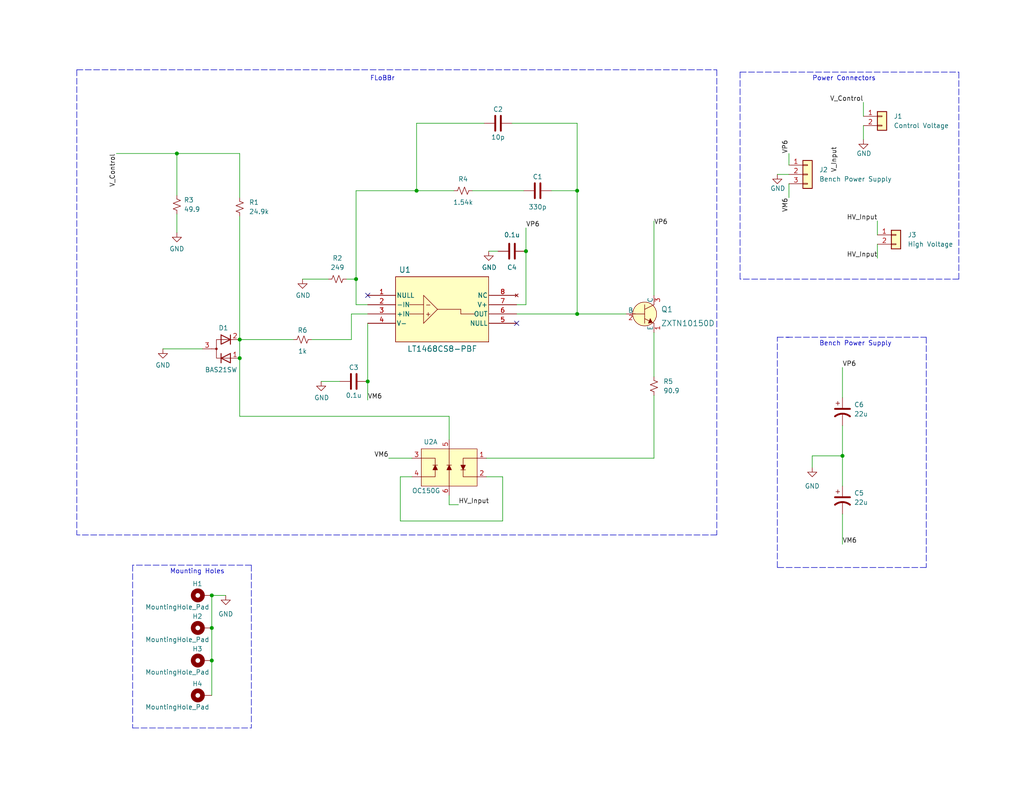
<source format=kicad_sch>
(kicad_sch (version 20211123) (generator eeschema)
  (paper "USLetter")
  (title_block (date "2023-02-06") (company "The Ohio Statue University") (comment 1 "Auther: Dennis H. Calderon"))
  (lib_symbols
    (symbol "Connector_Generic:Conn_01x02" (pin_names (offset 1.016) hide)
      (property "Reference" "J" (at 0 2.54 0))
      (property "Value" "Conn_01x02" (at 0 -5.08 0))
      (symbol "Conn_01x02_1_1"
        (rectangle (start -1.27 -2.413) (end 0 -2.667) (stroke (width 0.1524)))
        (rectangle (start -1.27 0.127) (end 0 -0.127) (stroke (width 0.1524)))
        (rectangle (start -1.27 1.27) (end 1.27 -3.81) (stroke (width 0.254)) (fill (type background)))
        (pin passive line (at -5.08 0 0) (length 3.81) (name "Pin_1") (number "1"))
        (pin passive line (at -5.08 -2.54 0) (length 3.81) (name "Pin_2") (number "2"))
      )
    )
    (symbol "Connector_Generic:Conn_01x03" (pin_names (offset 1.016) hide)
      (property "Reference" "J" (at 0 5.08 0))
      (property "Value" "Conn_01x03" (at 0 -5.08 0))
      (symbol "Conn_01x03_1_1"
        (rectangle (start -1.27 -2.413) (end 0 -2.667) (stroke (width 0.1524)))
        (rectangle (start -1.27 0.127) (end 0 -0.127) (stroke (width 0.1524)))
        (rectangle (start -1.27 2.667) (end 0 2.413) (stroke (width 0.1524)))
        (rectangle (start -1.27 3.81) (end 1.27 -3.81) (stroke (width 0.254)) (fill (type background)))
        (pin passive line (at -5.08 2.54 0) (length 3.81) (name "Pin_1") (number "1"))
        (pin passive line (at -5.08 0 0) (length 3.81) (name "Pin_2") (number "2"))
        (pin passive line (at -5.08 -2.54 0) (length 3.81) (name "Pin_3") (number "3"))
      )
    )
    (symbol "Device:C" (pin_numbers hide) (pin_names (offset 0.254))
      (property "Reference" "C" (at 0.635 2.54 0))
      (property "Value" "C" (at 0.635 -2.54 0))
      (symbol "C_0_1"
        (polyline (pts (xy -2.032 -0.762) (xy 2.032 -0.762)) (stroke (width 0.508)))
        (polyline (pts (xy -2.032 0.762) (xy 2.032 0.762)) (stroke (width 0.508)))
      )
      (symbol "C_1_1"
        (pin passive line (at 0 3.81 270) (length 2.794) (name "~") (number "1"))
        (pin passive line (at 0 -3.81 90) (length 2.794) (name "~") (number "2"))
      )
    )
    (symbol "Device:C_Polarized_US" (pin_numbers hide) (pin_names (offset 0.254) hide)
      (property "Reference" "C" (at 0.635 2.54 0))
      (property "Value" "C_Polarized_US" (at 0.635 -2.54 0))
      (symbol "C_Polarized_US_0_1"
        (polyline (pts (xy -2.032 0.762) (xy 2.032 0.762)) (stroke (width 0.508)))
        (polyline (pts (xy -1.778 2.286) (xy -0.762 2.286)))
        (polyline (pts (xy -1.27 1.778) (xy -1.27 2.794)))
        (arc (start 2.032 -1.27) (mid 0 -0.5572) (end -2.032 -1.27) (stroke (width 0.508)))
      )
      (symbol "C_Polarized_US_1_1"
        (pin passive line (at 0 3.81 270) (length 2.794) (name "~") (number "1"))
        (pin passive line (at 0 -3.81 90) (length 3.302) (name "~") (number "2"))
      )
    )
    (symbol "Device:D_Dual_Series_ACK_Parallel" (pin_names (offset 0.762) hide)
      (property "Reference" "D1" (at 0.635 5.715 0))
      (property "Value" "BAS21SW" (at 0 -5.715 0))
      (symbol "D_Dual_Series_ACK_Parallel_0_0"
        (polyline (pts (xy 0 -1.27) (xy 0 -3.81)) (stroke (width 0.254)))
        (polyline (pts (xy 2.54 3.81) (xy 2.54 1.27)) (stroke (width 0.254)))
      )
      (symbol "D_Dual_Series_ACK_Parallel_0_1"
        (circle (center -1.27 0) (radius 0.254) (fill (type outline)))
        (polyline (pts (xy -1.27 0) (xy -2.54 0)))
        (polyline (pts (xy 2.54 2.54) (xy -1.27 2.54) (xy -1.27 -2.54) (xy 2.54 -2.54)))
        (polyline (pts (xy 0 3.81) (xy 2.54 2.54) (xy 0 1.27) (xy 0 3.81) (xy 0 3.81) (xy 0 3.81)) (stroke (width 0.254)))
        (polyline (pts (xy 2.54 -1.27) (xy 0 -2.54) (xy 2.54 -3.81) (xy 2.54 -1.27) (xy 2.54 -1.27) (xy 2.54 -1.27)) (stroke (width 0.254)))
        (pin passive line (at 5.08 -2.54 180) (length 2.54) (name "K") (number "1"))
        (pin passive line (at 5.08 2.54 180) (length 2.54) (name "K") (number "2"))
        (pin passive line (at -5.08 0 0) (length 2.54) (name "A") (number "3"))
      )
    )
    (symbol "Device:R_Small_US" (pin_numbers hide) (pin_names (offset 0.254) hide)
      (property "Reference" "R" (at 0.762 0.508 0))
      (property "Value" "R_Small_US" (at 0.762 -1.016 0))
      (symbol "R_Small_US_1_1"
        (polyline (pts (xy 0 0) (xy 1.016 -0.381) (xy 0 -0.762) (xy -1.016 -1.143) (xy 0 -1.524)))
        (polyline (pts (xy 0 1.524) (xy 1.016 1.143) (xy 0 0.762) (xy -1.016 0.381) (xy 0 0)))
        (pin passive line (at 0 2.54 270) (length 1.016) (name "~") (number "1"))
        (pin passive line (at 0 -2.54 90) (length 1.016) (name "~") (number "2"))
      )
    )
    (symbol "LT1468CS8#PBF:LT1468CS8-PBF" (pin_names (offset 0.254))
      (property "Reference" "U" (at 0 13.97 0))
      (property "Value" "LT1468CS8-PBF" (at 0 11.43 0))
      (symbol "LT1468CS8-PBF_0_0"
        (text "+" (at -3.81 -1.27 0) (effects (font (size 1.27 1.27))))
        (text "-" (at -3.81 1.27 0) (effects (font (size 1.27 1.27))))
      )
      (symbol "LT1468CS8-PBF_0_1"
        (polyline (pts (xy -12.7 -8.89) (xy 12.7 -8.89)) (stroke (width 0.127)))
        (polyline (pts (xy -12.7 8.89) (xy -12.7 -8.89)) (stroke (width 0.127)))
        (polyline (pts (xy 12.7 -8.89) (xy 12.7 8.89)) (stroke (width 0.127)))
        (polyline (pts (xy 12.7 8.89) (xy -12.7 8.89)) (stroke (width 0.127)))
        (pin unspecified line (at -20.32 3.81 0) (length 7.62) (name "NULL") (number "1"))
        (pin input line (at -20.32 1.27 0) (length 7.62) (name "-IN") (number "2"))
        (pin input line (at -20.32 -1.27 0) (length 7.62) (name "+IN") (number "3"))
        (pin power_in line (at -20.32 -3.81 0) (length 7.62) (name "V-") (number "4"))
        (pin unspecified line (at 20.32 -3.81 180) (length 7.62) (name "NULL") (number "5"))
        (pin output line (at 20.32 -1.27 180) (length 7.62) (name "OUT") (number "6"))
        (pin power_in line (at 20.32 1.27 180) (length 7.62) (name "V+") (number "7"))
        (pin no_connect line (at 20.32 3.81 180) (length 7.62) (name "NC") (number "8"))
      )
      (symbol "LT1468CS8-PBF_1_1"
        (rectangle (start -12.7 8.89) (end 12.7 -8.89) (fill (type background)))
        (rectangle (start -8.89 -1.27) (end -5.08 -1.27))
        (rectangle (start -5.08 1.27) (end -8.89 1.27))
        (rectangle (start -1.27 0) (end 5.08 0))
        (polyline (pts (xy -5.08 2.54) (xy -5.08 -3.81) (xy -5.08 3.81)))
        (polyline (pts (xy -5.08 3.81) (xy -1.27 0) (xy -5.08 -3.81)) (fill (type background)))
        (rectangle (start 5.08 -1.27) (end 8.89 -1.27))
        (rectangle (start 5.08 0) (end 5.08 -1.27))
      )
    )
    (symbol "Mechanical:MountingHole_Pad" (pin_numbers hide) (pin_names (offset 1.016) hide)
      (property "Reference" "H" (at 0 6.35 0))
      (property "Value" "MountingHole_Pad" (at 0 4.445 0))
      (symbol "MountingHole_Pad_0_1"
        (circle (center 0 1.27) (radius 1.27) (stroke (width 1.27)))
      )
      (symbol "MountingHole_Pad_1_1"
        (pin input line (at 0 -2.54 90) (length 2.54) (name "1") (number "1"))
      )
    )
    (symbol "OC150G:OC150G" (pin_names (offset 0.5))
      (property "Reference" "U2" (at 1.6511 10.795 0))
      (property "Value" "OC150G" (at 1.6511 8.255 0))
      (symbol "OC150G_0_1"
        (rectangle (start -7.62 5.08) (end 7.62 -5.08) (fill (type background)))
        (polyline (pts (xy -4.445 0.635) (xy -3.175 0.635)))
        (polyline (pts (xy -0.635 0.635) (xy 0.635 0.635)))
        (polyline (pts (xy 0 5.08) (xy 0 -5.08)))
        (polyline (pts (xy 4.445 -0.635) (xy 3.175 -0.635)))
        (polyline (pts (xy 4.445 -0.635) (xy 4.445 -0.635)))
        (polyline (pts (xy -7.62 -2.54) (xy -3.81 -2.54) (xy -3.81 2.54) (xy -7.62 2.54)))
        (polyline (pts (xy -3.81 0.635) (xy -4.445 -0.635) (xy -3.175 -0.635) (xy -3.81 0.635)) (fill (type outline)))
        (polyline (pts (xy 0 0.635) (xy -0.635 -0.635) (xy 0.635 -0.635) (xy 0 0.635)) (fill (type outline)))
        (polyline (pts (xy 3.81 -0.635) (xy 4.445 0.635) (xy 3.175 0.635) (xy 3.81 -0.635)) (fill (type outline)))
        (polyline (pts (xy 7.62 2.54) (xy 3.81 2.54) (xy 3.81 -2.54) (xy 7.62 -2.54)))
        (rectangle (start 10.16 -8.89) (end 10.16 -8.89))
      )
      (symbol "OC150G_1_1"
        (pin input line (at 10.16 2.54 180) (length 2.54) (name "") (number "1"))
        (pin output line (at 10.16 -2.54 180) (length 2.54) (name "") (number "2"))
        (pin output line (at -10.16 2.54 0) (length 2.54) (name "") (number "3"))
        (pin input line (at -10.16 -2.54 0) (length 2.54) (name "") (number "4"))
        (pin output line (at 0 7.62 270) (length 2.54) (name "") (number "5"))
        (pin input line (at 0 -7.62 90) (length 2.54) (name "") (number "6"))
      )
      (symbol "OC150G_2_1"
        (pin input line (at 10.16 2.54 180) (length 2.54) (name "") (number "1-UB"))
        (pin input line (at -2.54 10.16 0) (length 2.54) (name "15kV") (number "5-UB"))
      )
      (symbol "OC150G_3_1"
        (pin input line (at 10.16 2.54 180) (length 2.54) (name "") (number "1-UC"))
        (pin input line (at -2.54 10.16 0) (length 2.54) (name "15kV") (number "5-UC"))
      )
      (symbol "OC150G_4_1"
        (pin input line (at 10.16 2.54 180) (length 2.54) (name "") (number "1-UD"))
        (pin input line (at -2.54 10.16 0) (length 2.54) (name "15kV") (number "5-UD"))
      )
      (symbol "OC150G_5_1"
        (pin input line (at 10.16 2.54 180) (length 2.54) (name "") (number "1-UE"))
        (pin input line (at -2.54 10.16 0) (length 2.54) (name "15kV") (number "5-UE"))
      )
      (symbol "OC150G_6_1"
        (pin input line (at 10.16 2.54 180) (length 2.54) (name "") (number "1-UF"))
        (pin input line (at -2.54 10.16 0) (length 2.54) (name "15kV") (number "5-UF"))
      )
    )
    (symbol "dk_Transistors-Bipolar-BJT-Single:2N2219A" (pin_names (offset 0))
      (property "Reference" "Q" (at -3.2004 4.2164 0))
      (property "Value" "2N2219A" (at 5.2324 0 90))
      (symbol "2N2219A_0_1"
        (polyline (pts (xy -3.81 0) (xy -2.54 0)))
        (polyline (pts (xy -3.556 0) (xy 0 0)))
        (polyline (pts (xy 0 -1.27) (xy 2.54 -2.54)))
        (polyline (pts (xy 0 1.27) (xy 2.54 2.54)))
        (polyline (pts (xy 0 2.54) (xy 0 -2.54)))
        (polyline (pts (xy 1.524 -1.27) (xy 2.032 -2.286) (xy 1.016 -2.54) (xy 1.524 -1.27)) (fill (type outline)))
        (circle (center 0 0) (radius 3.2512) (fill (type background)))
      )
      (symbol "2N2219A_1_1"
        (pin passive line (at 2.54 -5.08 90) (length 2.54) (name "E") (number "1"))
        (pin input line (at -5.08 0 0) (length 2.54) (name "B") (number "2"))
        (pin passive line (at 2.54 5.08 270) (length 2.54) (name "C") (number "3"))
      )
    )
    (symbol "power:GND" (power) (pin_names (offset 0))
      (property "Value" "GND" (at 0 -3.81 0))
      (symbol "GND_0_1"
        (polyline (pts (xy 0 0) (xy 0 -1.27) (xy 1.27 -1.27) (xy 0 -2.54) (xy -1.27 -1.27) (xy 0 -1.27)))
      )
      (symbol "GND_1_1"
        (pin power_in line (at 0 0 270) (length 0) hide (name "GND") (number "1"))
      )
    )
  )
  (junction (at 157.48 85.725))
  (junction (at 100.33 104.14))
  (junction (at 57.785 171.45))
  (junction (at 65.405 97.79))
  (junction (at 57.785 162.56))
  (junction (at 229.87 124.46))
  (junction (at 48.26 41.91))
  (junction (at 157.48 52.07))
  (junction (at 113.665 52.07))
  (junction (at 143.51 68.58))
  (junction (at 97.155 76.2))
  (junction (at 65.405 92.71))
  (junction (at 57.785 180.34))
  (no_connect (at 100.33 80.645))
  (no_connect (at 140.97 88.265))
  (wire (pts (xy 123.825 52.07) (xy 113.665 52.07)))
  (wire (pts (xy 239.395 60.325) (xy 239.395 64.135)))
  (wire (pts (xy 157.48 33.655) (xy 157.48 52.07)))
  (polyline (pts (xy 252.73 154.94) (xy 212.09 154.94)))
  (wire (pts (xy 113.665 33.655) (xy 113.665 52.07)))
  (wire (pts (xy 139.7 33.655) (xy 157.48 33.655)))
  (polyline (pts (xy 68.58 154.305) (xy 68.58 198.755)))
  (wire (pts (xy 31.75 41.91) (xy 48.26 41.91)))
  (polyline (pts (xy 212.09 154.94) (xy 212.09 92.075)))
  (wire (pts (xy 137.16 130.175) (xy 137.16 142.24)))
  (wire (pts (xy 106.045 125.095) (xy 112.395 125.095)))
  (polyline (pts (xy 261.62 76.2) (xy 201.93 76.2)))
  (wire (pts (xy 178.435 80.645) (xy 178.435 60.325)))
  (wire (pts (xy 157.48 52.07) (xy 150.495 52.07)))
  (wire (pts (xy 212.09 47.625) (xy 215.265 47.625)))
  (wire (pts (xy 140.97 85.725) (xy 157.48 85.725)))
  (wire (pts (xy 215.265 50.165) (xy 215.265 53.975)))
  (wire (pts (xy 65.405 113.665) (xy 122.555 113.665)))
  (wire (pts (xy 132.715 125.095) (xy 178.435 125.095)))
  (wire (pts (xy 113.665 52.07) (xy 97.155 52.07)))
  (wire (pts (xy 57.785 171.45) (xy 57.785 180.34)))
  (wire (pts (xy 122.555 113.665) (xy 122.555 120.015)))
  (wire (pts (xy 229.87 100.33) (xy 229.87 108.585)))
  (wire (pts (xy 65.405 53.975) (xy 65.405 41.91)))
  (wire (pts (xy 109.22 142.24) (xy 137.16 142.24)))
  (wire (pts (xy 221.615 124.46) (xy 221.615 127.635)))
  (wire (pts (xy 122.555 137.795) (xy 125.095 137.795)))
  (wire (pts (xy 229.87 124.46) (xy 229.87 132.715)))
  (wire (pts (xy 178.435 90.805) (xy 178.435 102.87)))
  (wire (pts (xy 113.665 33.655) (xy 132.08 33.655)))
  (wire (pts (xy 48.26 41.91) (xy 48.26 53.34)))
  (polyline (pts (xy 36.195 198.755) (xy 68.58 198.755)))
  (wire (pts (xy 100.33 83.185) (xy 97.155 83.185)))
  (wire (pts (xy 100.33 85.725) (xy 95.885 85.725)))
  (wire (pts (xy 157.48 85.725) (xy 170.815 85.725)))
  (wire (pts (xy 133.35 68.58) (xy 135.89 68.58)))
  (wire (pts (xy 132.715 130.175) (xy 137.16 130.175)))
  (polyline (pts (xy 252.73 92.075) (xy 252.73 154.94)))
  (wire (pts (xy 229.87 140.335) (xy 229.87 148.59)))
  (wire (pts (xy 100.33 88.265) (xy 100.33 104.14)))
  (wire (pts (xy 157.48 85.725) (xy 157.48 52.07)))
  (wire (pts (xy 143.51 62.23) (xy 143.51 68.58)))
  (wire (pts (xy 48.26 58.42) (xy 48.26 63.5)))
  (wire (pts (xy 57.785 162.56) (xy 61.595 162.56)))
  (polyline (pts (xy 261.62 19.685) (xy 261.62 76.2)))
  (wire (pts (xy 65.405 97.79) (xy 65.405 113.665)))
  (wire (pts (xy 65.405 92.71) (xy 65.405 97.79)))
  (wire (pts (xy 122.555 135.255) (xy 122.555 137.795)))
  (wire (pts (xy 95.885 92.71) (xy 85.09 92.71)))
  (wire (pts (xy 143.51 68.58) (xy 143.51 83.185)))
  (wire (pts (xy 65.405 92.71) (xy 80.01 92.71)))
  (wire (pts (xy 229.87 116.205) (xy 229.87 124.46)))
  (wire (pts (xy 87.63 104.14) (xy 92.71 104.14)))
  (wire (pts (xy 57.785 180.34) (xy 57.785 189.865)))
  (wire (pts (xy 97.155 52.07) (xy 97.155 76.2)))
  (wire (pts (xy 44.45 95.25) (xy 55.245 95.25)))
  (wire (pts (xy 215.265 41.91) (xy 215.265 45.085)))
  (wire (pts (xy 95.885 85.725) (xy 95.885 92.71)))
  (polyline (pts (xy 201.93 19.685) (xy 261.62 19.685)))
  (wire (pts (xy 229.87 124.46) (xy 221.615 124.46)))
  (wire (pts (xy 65.405 59.055) (xy 65.405 92.71)))
  (polyline (pts (xy 68.58 154.305) (xy 36.195 154.305)))
  (polyline (pts (xy 201.93 76.2) (xy 201.93 19.685)))
  (polyline (pts (xy 195.58 146.05) (xy 20.955 146.05)))
  (polyline (pts (xy 20.955 19.05) (xy 20.955 146.05)))
  (polyline (pts (xy 20.955 19.05) (xy 195.58 19.05)))
  (wire (pts (xy 57.785 162.56) (xy 57.785 171.45)))
  (polyline (pts (xy 212.09 92.075) (xy 215.265 92.075)))
  (wire (pts (xy 97.155 76.2) (xy 97.155 83.185)))
  (wire (pts (xy 178.435 107.95) (xy 178.435 125.095)))
  (wire (pts (xy 100.33 104.14) (xy 100.33 109.22)))
  (wire (pts (xy 65.405 41.91) (xy 48.26 41.91)))
  (wire (pts (xy 94.615 76.2) (xy 97.155 76.2)))
  (wire (pts (xy 112.395 130.175) (xy 109.22 130.175)))
  (wire (pts (xy 235.585 34.29) (xy 235.585 38.1)))
  (wire (pts (xy 82.55 76.2) (xy 89.535 76.2)))
  (polyline (pts (xy 214.63 92.075) (xy 252.73 92.075)))
  (wire (pts (xy 140.97 83.185) (xy 143.51 83.185)))
  (wire (pts (xy 109.22 130.175) (xy 109.22 142.24)))
  (wire (pts (xy 239.395 66.675) (xy 239.395 70.485)))
  (wire (pts (xy 235.585 27.94) (xy 235.585 31.75)))
  (wire (pts (xy 128.905 52.07) (xy 142.875 52.07)))
  (polyline (pts (xy 36.195 154.305) (xy 36.195 198.755)))
  (polyline (pts (xy 195.58 19.05) (xy 195.58 146.05)))
  (text "Mounting Holes" (at 46.355 156.845 0) (effects (font (size 1.27 1.27)) (justify left bottom)))
  (text "Power Connectors" (at 221.615 22.225 0) (effects (font (size 1.27 1.27)) (justify left bottom)))
  (text "Bench Power Supply" (at 223.52 94.615 0) (effects (font (size 1.27 1.27)) (justify left bottom)))
  (text "FLoBBr" (at 100.965 22.225 0) (effects (font (size 1.27 1.27)) (justify left bottom)))
  (label "V_Control" (at 31.75 41.91 270))
  (label "VP6" (at 229.87 100.33 0))
  (label "VP6" (at 178.435 61.595 0))
  (label "VP6" (at 143.51 62.23 0))
  (label "V_Control" (at 235.585 27.94 180))
  (label "VM6" (at 215.265 53.975 270))
  (label "HV_Input" (at 125.095 137.795 0))
  (label "HV_Input" (at 239.395 60.325 180))
  (label "V_Input" (at 228.6 40.005 270))
  (label "VP6" (at 215.265 41.91 90))
  (label "VM6" (at 100.33 109.22 0))
  (label "VM6" (at 229.87 148.59 0))
  (label "HV_Input" (at 239.395 70.485 180))
  (label "VM6" (at 106.045 125.095 180))
  (symbol (lib_id "Mechanical:MountingHole_Pad") (at 55.245 189.865 90) (unit 1)
    (property "Reference" "H4" (at 55.245 186.69 90) (effects (justify left)))
    (property "Value" "MountingHole_Pad" (at 57.15 193.04 90) (effects (justify left)))
    (property "Footprint" "MountingHole:MountingHole_3.2mm_M3_Pad" (effects hide))
  )
  (symbol (lib_id "Device:R_Small_US") (at 126.365 52.07 90) (unit 1)
    (property "Reference" "R4" (at 126.365 48.895 90))
    (property "Value" "1.54k" (at 126.365 55.245 90))
    (property "Footprint" "Resistor_SMD:R_0603_1608Metric" (effects hide))
  )
  (symbol (lib_id "power:GND") (at 212.09 47.625 0) (unit 1)
    (property "Reference" "#PWR0105" (effects hide))
    (property "Value" "GND" (at 210.185 51.435 0) (effects (justify left)))
  )
  (symbol (lib_id "power:GND") (at 44.45 95.25 0) (unit 1)
    (property "Reference" "#PWR0103" (effects hide))
    (property "Value" "GND" (at 44.45 99.695 0))
  )
  (symbol (lib_id "Mechanical:MountingHole_Pad") (at 55.245 162.56 90) (unit 1)
    (property "Reference" "H1" (at 55.245 159.385 90) (effects (justify left)))
    (property "Value" "MountingHole_Pad" (at 57.15 165.735 90) (effects (justify left)))
    (property "Footprint" "MountingHole:MountingHole_3.2mm_M3_Pad" (effects hide))
  )
  (symbol (lib_id "Mechanical:MountingHole_Pad") (at 55.245 171.45 90) (unit 1)
    (property "Reference" "H2" (at 55.245 168.275 90) (effects (justify left)))
    (property "Value" "MountingHole_Pad" (at 57.15 174.625 90) (effects (justify left)))
    (property "Footprint" "MountingHole:MountingHole_3.2mm_M3_Pad" (effects hide))
  )
  (symbol (lib_id "power:GND") (at 82.55 76.2 0) (unit 1)
    (property "Reference" "#PWR0111" (effects hide))
    (property "Value" "GND" (at 80.645 80.645 0) (effects (justify left)))
  )
  (symbol (lib_id "Device:R_Small_US") (at 48.26 55.88 0) (unit 1)
    (property "Reference" "R3" (at 50.165 54.6099 0) (effects (justify left)))
    (property "Value" "49.9" (at 50.165 57.1499 0) (effects (justify left)))
    (property "Footprint" "Resistor_SMD:R_0603_1608Metric" (effects hide))
  )
  (symbol (lib_id "Device:C") (at 135.89 33.655 90) (unit 1)
    (property "Reference" "C2" (at 135.89 29.845 90))
    (property "Value" "10p" (at 135.89 37.465 90))
    (property "Footprint" "Capacitor_SMD:C_0603_1608Metric" (effects hide))
  )
  (symbol (lib_id "Device:C") (at 139.7 68.58 270) (unit 1)
    (property "Reference" "C4" (at 139.7 73.025 90))
    (property "Value" "0.1u" (at 139.7 64.135 90))
    (property "Footprint" "Capacitor_SMD:C_0603_1608Metric" (effects hide))
  )
  (symbol (lib_id "Device:R_Small_US") (at 178.435 105.41 0) (unit 1)
    (property "Reference" "R5" (at 180.975 104.1399 0) (effects (justify left)))
    (property "Value" "90.9" (at 180.975 106.6799 0) (effects (justify left)))
    (property "Footprint" "Resistor_THT:R_Axial_DIN0207_L6.3mm_D2.5mm_P10.16mm_Horizontal" (effects hide))
  )
  (symbol (lib_id "power:GND") (at 61.595 162.56 0) (unit 1)
    (property "Reference" "#PWR01" (effects hide))
    (property "Value" "GND" (at 61.595 167.64 0))
  )
  (symbol (lib_id "OC150G:OC150G") (at 122.555 127.635 0) (unit 1)
    (property "Reference" "U2" (at 115.57 120.65 0) (effects (justify left)))
    (property "Value" "OC150G" (at 112.395 133.985 0) (effects (justify left)))
    (property "Footprint" "DCT_HV_Widget:OC150G_v2" (effects hide))
  )
  (symbol (lib_id "Connector_Generic:Conn_01x03") (at 220.345 47.625 0) (unit 1)
    (property "Reference" "J2" (at 223.52 46.3549 0) (effects (justify left)))
    (property "Value" "Bench Power Supply" (at 223.52 48.8949 0) (effects (justify left)))
    (property "Footprint" "Connector_Molex:Molex_Micro-Fit_3.0_43650-0300_1x03_P3.00mm_Horizontal" (effects hide))
  )
  (symbol (lib_id "Connector_Generic:Conn_01x02") (at 244.475 64.135 0) (unit 1)
    (property "Reference" "J3" (at 247.65 64.1349 0) (effects (justify left)))
    (property "Value" "High Voltage" (at 247.65 66.6749 0) (effects (justify left)))
    (property "Footprint" "Connector_Molex:Molex_Micro-Fit_3.0_43650-0200_1x02_P3.00mm_Horizontal" (effects hide))
  )
  (symbol (lib_id "Device:D_Dual_Series_ACK_Parallel") (at 60.325 95.25 0) (unit 1)
    (property "Reference" "D1" (at 60.96 89.535 0))
    (property "Value" "BAS21SW" (at 60.325 100.965 0))
    (property "Footprint" "DCT_HV_Widget:BAS21SW" (effects hide))
  )
  (symbol (lib_id "Device:R_Small_US") (at 82.55 92.71 270) (unit 1)
    (property "Reference" "R6" (at 82.55 90.17 90))
    (property "Value" "1k" (at 82.55 95.885 90))
    (property "Footprint" "Resistor_SMD:R_0603_1608Metric" (effects hide))
  )
  (symbol (lib_id "dk_Transistors-Bipolar-BJT-Single:2N2219A") (at 175.895 85.725 0) (unit 1)
    (property "Reference" "Q1" (at 180.34 84.455 0) (effects (font (size 1.524 1.524)) (justify left)))
    (property "Value" "ZXTN10150D" (at 180.34 88.265 0) (effects (font (size 1.524 1.524)) (justify left)))
    (property "Footprint" "DCT_HV_Widget:ZXTN10150DZ" (effects hide))
    (property "Datasheet" "https://my.centralsemi.com/get_document.php?cmp=1&mergetype=pd&mergepath=pd&pdf_id=2N2219-19A.PDF" (effects hide))
    (property "Digi-Key_PN" "2N2219ACS-ND" (effects hide))
    (property "MPN" "2N2219A" (effects hide))
    (property "Category" "Discrete Semiconductor Products" (effects hide))
    (property "Family" "Transistors - Bipolar (BJT) - Single" (effects hide))
    (property "DK_Datasheet_Link" "https://my.centralsemi.com/get_document.php?cmp=1&mergetype=pd&mergepath=pd&pdf_id=2N2219-19A.PDF" (effects hide))
    (property "DK_Detail_Page" "/product-detail/en/central-semiconductor-corp/2N2219A/2N2219ACS-ND/5118734" (effects hide))
    (property "Description" "TRANS NPN 40V 0.8A TO-39" (effects hide))
    (property "Manufacturer" "Central Semiconductor Corp" (effects hide))
    (property "Status" "Active" (effects hide))
  )
  (symbol (lib_id "power:GND") (at 48.26 63.5 0) (unit 1)
    (property "Reference" "#PWR0109" (effects hide))
    (property "Value" "GND" (at 48.26 67.945 0))
  )
  (symbol (lib_id "Connector_Generic:Conn_01x02") (at 240.665 31.75 0) (unit 1)
    (property "Reference" "J1" (at 243.84 31.7499 0) (effects (justify left)))
    (property "Value" "Control Voltage" (at 243.84 34.2899 0) (effects (justify left)))
    (property "Footprint" "Connector_Molex:Molex_Micro-Fit_3.0_43650-0200_1x02_P3.00mm_Horizontal" (effects hide))
  )
  (symbol (lib_id "Device:C") (at 96.52 104.14 90) (unit 1)
    (property "Reference" "C3" (at 96.52 100.33 90))
    (property "Value" "0.1u" (at 96.52 107.95 90))
    (property "Footprint" "Capacitor_SMD:C_0603_1608Metric" (effects hide))
  )
  (symbol (lib_id "Device:C_Polarized_US") (at 229.87 112.395 0) (unit 1)
    (property "Reference" "C6" (at 233.045 110.4899 0) (effects (justify left)))
    (property "Value" "22u" (at 233.045 113.0299 0) (effects (justify left)))
    (property "Footprint" "Capacitor_Tantalum_SMD:CP_EIA-3528-21_Kemet-B" (effects hide))
  )
  (symbol (lib_id "power:GND") (at 221.615 127.635 0) (unit 1)
    (property "Reference" "#PWR0104" (effects hide))
    (property "Value" "GND" (at 221.615 132.715 0))
  )
  (symbol (lib_id "Device:C") (at 146.685 52.07 90) (unit 1)
    (property "Reference" "C1" (at 146.685 48.26 90))
    (property "Value" "330p" (at 146.685 56.515 90))
    (property "Footprint" "Capacitor_SMD:C_0603_1608Metric" (effects hide))
  )
  (symbol (lib_id "Device:C_Polarized_US") (at 229.87 136.525 0) (unit 1)
    (property "Reference" "C5" (at 233.045 134.6199 0) (effects (justify left)))
    (property "Value" "22u" (at 233.045 137.1599 0) (effects (justify left)))
    (property "Footprint" "Capacitor_Tantalum_SMD:CP_EIA-3528-21_Kemet-B" (effects hide))
  )
  (symbol (lib_id "Device:R_Small_US") (at 92.075 76.2 90) (unit 1)
    (property "Reference" "R2" (at 92.075 70.485 90))
    (property "Value" "249" (at 92.075 73.025 90))
    (property "Footprint" "Resistor_SMD:R_0603_1608Metric" (effects hide))
  )
  (symbol (lib_id "power:GND") (at 87.63 104.14 0) (unit 1)
    (property "Reference" "#PWR0102" (effects hide))
    (property "Value" "GND" (at 85.725 108.585 0) (effects (justify left)))
  )
  (symbol (lib_id "Device:R_Small_US") (at 65.405 56.515 0) (unit 1)
    (property "Reference" "R1" (at 67.945 55.2449 0) (effects (justify left)))
    (property "Value" "24.9k" (at 67.945 57.7849 0) (effects (justify left)))
    (property "Footprint" "Resistor_SMD:R_0603_1608Metric" (effects hide))
  )
  (symbol (lib_id "power:GND") (at 235.585 38.1 0) (unit 1)
    (property "Reference" "#PWR0108" (effects hide))
    (property "Value" "GND" (at 233.68 41.91 0) (effects (justify left)))
  )
  (symbol (lib_id "power:GND") (at 133.35 68.58 0) (unit 1)
    (property "Reference" "#PWR0101" (effects hide))
    (property "Value" "GND" (at 131.445 73.025 0) (effects (justify left)))
  )
  (symbol (lib_id "Mechanical:MountingHole_Pad") (at 55.245 180.34 90) (unit 1)
    (property "Reference" "H3" (at 55.245 177.165 90) (effects (justify left)))
    (property "Value" "MountingHole_Pad" (at 57.15 183.515 90) (effects (justify left)))
    (property "Footprint" "MountingHole:MountingHole_3.2mm_M3_Pad" (effects hide))
  )
  (symbol (lib_id "LT1468CS8#PBF:LT1468CS8-PBF") (at 120.65 84.455 0) (unit 1)
    (property "Reference" "U1" (at 110.49 73.66 0) (effects (font (size 1.524 1.524))))
    (property "Value" "LT1468CS8-PBF" (at 120.65 95.25 0) (effects (font (size 1.524 1.524))))
    (property "Footprint" "LT1468CS8#PBF:LT1468CS8#PBF_SO-8_S_LIT" (effects hide))
    (property "Datasheet" "LT1468CS8-PBF" (effects hide))
  )
)
</source>
